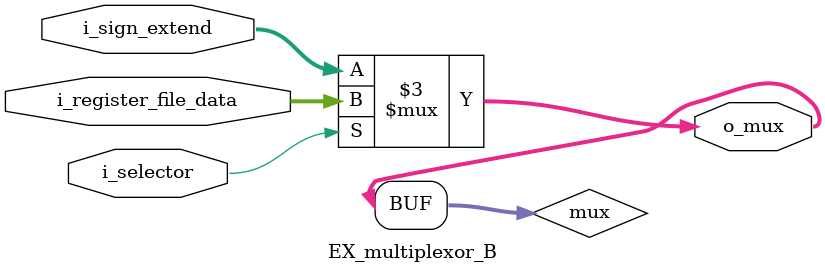
<source format=v>
`timescale 1ns / 1ps



module EX_multiplexor_B
#(
    parameter               NB_INST         =   32,         // Longitud de registro con signo
    parameter               NB_SELECTOR     =   2           // Longitud del selector
)
(
    // INPUTS   
    input   wire    [NB_INST-1:0]               i_sign_extend,
    input   wire    [NB_INST-1:0]               i_register_file_data,
    input   wire                                i_selector,
    output  wire    [NB_INST-1:0]               o_mux
);

    // INTERNAL
    reg         [NB_INST-1:0]               mux;

    always @(*) begin
      if(i_selector) begin               
            mux <= i_register_file_data;
      end 
      else begin
            mux <= i_sign_extend;
      end
    end


    // OUTPUT
    assign o_mux = mux;
endmodule
</source>
